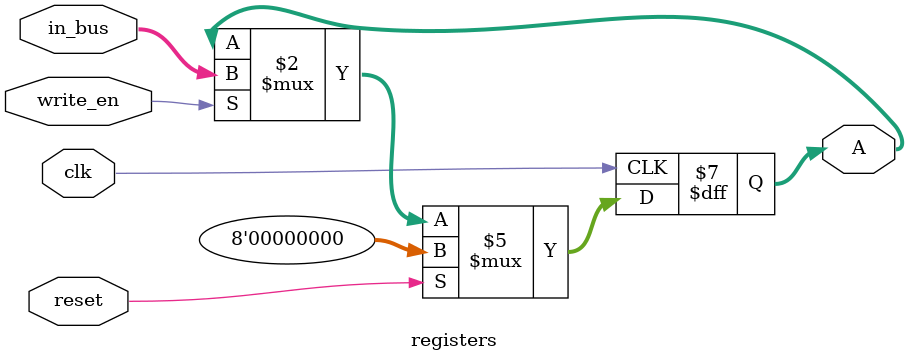
<source format=v>
module registers (
    input wire clk,
    input wire write_en,
    input wire reset,
    input wire [7:0] in_bus,
    output reg [7:0] A
);
    always @(posedge clk) begin
        if(reset) begin
            A <= 8'b00000000;
        end else if(write_en) begin
            A <= in_bus;
        end
    end
endmodule
</source>
